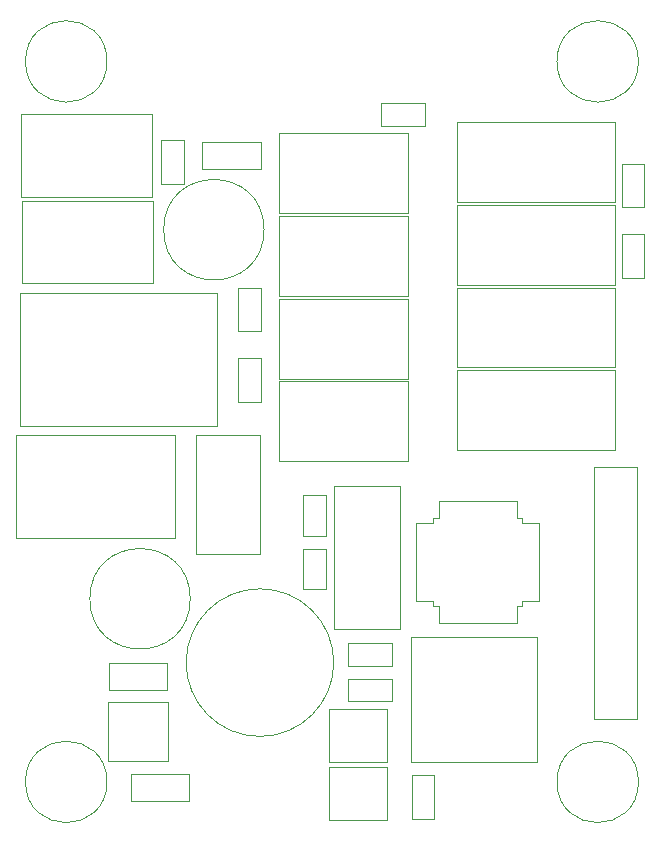
<source format=gbr>
%TF.GenerationSoftware,KiCad,Pcbnew,8.0.0-8.0.0-1~ubuntu20.04.1*%
%TF.CreationDate,2024-04-10T23:06:07+05:00*%
%TF.ProjectId,GammaAnomalain,47616d6d-6141-46e6-9f6d-616c61696e2e,rev?*%
%TF.SameCoordinates,Original*%
%TF.FileFunction,Other,User*%
%FSLAX46Y46*%
G04 Gerber Fmt 4.6, Leading zero omitted, Abs format (unit mm)*
G04 Created by KiCad (PCBNEW 8.0.0-8.0.0-1~ubuntu20.04.1) date 2024-04-10 23:06:07*
%MOMM*%
%LPD*%
G01*
G04 APERTURE LIST*
%ADD10C,0.050000*%
G04 APERTURE END LIST*
D10*
%TO.C,R4*%
X151050000Y-68650000D02*
X152950000Y-68650000D01*
X151050000Y-72350000D02*
X151050000Y-68650000D01*
X152950000Y-68650000D02*
X152950000Y-72350000D01*
X152950000Y-72350000D02*
X151050000Y-72350000D01*
%TO.C,C4*%
X114500000Y-99500000D02*
G75*
G02*
X106000000Y-99500000I-4250000J0D01*
G01*
X106000000Y-99500000D02*
G75*
G02*
X114500000Y-99500000I4250000J0D01*
G01*
%TO.C,R2*%
X118550000Y-79150000D02*
X120450000Y-79150000D01*
X118550000Y-82850000D02*
X118550000Y-79150000D01*
X120450000Y-79150000D02*
X120450000Y-82850000D01*
X120450000Y-82850000D02*
X118550000Y-82850000D01*
%TO.C,C3*%
X107582500Y-104950000D02*
X112542500Y-104950000D01*
X107582500Y-107250000D02*
X107582500Y-104950000D01*
X112542500Y-104950000D02*
X112542500Y-107250000D01*
X112542500Y-107250000D02*
X107582500Y-107250000D01*
%TO.C,Y1*%
X126700000Y-89950000D02*
X126700000Y-102050000D01*
X126700000Y-102050000D02*
X132300000Y-102050000D01*
X132300000Y-89950000D02*
X126700000Y-89950000D01*
X132300000Y-102050000D02*
X132300000Y-89950000D01*
%TO.C,J4*%
X122050000Y-60100000D02*
X122050000Y-66850000D01*
X122050000Y-66850000D02*
X132950000Y-66850000D01*
X132950000Y-60100000D02*
X122050000Y-60100000D01*
X132950000Y-66850000D02*
X132950000Y-60100000D01*
%TO.C,J7*%
X137050000Y-73150000D02*
X137050000Y-79900000D01*
X137050000Y-79900000D02*
X150450000Y-79900000D01*
X150450000Y-73150000D02*
X137050000Y-73150000D01*
X150450000Y-79900000D02*
X150450000Y-73150000D01*
%TO.C,J6*%
X137050000Y-66150000D02*
X137050000Y-72900000D01*
X137050000Y-72900000D02*
X150450000Y-72900000D01*
X150450000Y-66150000D02*
X137050000Y-66150000D01*
X150450000Y-72900000D02*
X150450000Y-66150000D01*
%TO.C,R3*%
X130650000Y-57550000D02*
X134350000Y-57550000D01*
X130650000Y-59450000D02*
X130650000Y-57550000D01*
X134350000Y-57550000D02*
X134350000Y-59450000D01*
X134350000Y-59450000D02*
X130650000Y-59450000D01*
%TO.C,U3*%
X100125000Y-73575000D02*
X100125000Y-84875000D01*
X100125000Y-84875000D02*
X116775000Y-84875000D01*
X116775000Y-73575000D02*
X100125000Y-73575000D01*
X116775000Y-84875000D02*
X116775000Y-73575000D01*
%TO.C,L1*%
X99750000Y-85650000D02*
X99750000Y-94350000D01*
X99750000Y-94350000D02*
X113250000Y-94350000D01*
X113250000Y-85650000D02*
X99750000Y-85650000D01*
X113250000Y-94350000D02*
X113250000Y-85650000D01*
%TO.C,H2*%
X152450000Y-54000000D02*
G75*
G02*
X145550000Y-54000000I-3450000J0D01*
G01*
X145550000Y-54000000D02*
G75*
G02*
X152450000Y-54000000I3450000J0D01*
G01*
%TO.C,C7*%
X109457500Y-114350000D02*
X114417500Y-114350000D01*
X109457500Y-116650000D02*
X109457500Y-114350000D01*
X114417500Y-114350000D02*
X114417500Y-116650000D01*
X114417500Y-116650000D02*
X109457500Y-116650000D01*
%TO.C,C6*%
X115520000Y-60850000D02*
X120480000Y-60850000D01*
X115520000Y-63150000D02*
X115520000Y-60850000D01*
X120480000Y-60850000D02*
X120480000Y-63150000D01*
X120480000Y-63150000D02*
X115520000Y-63150000D01*
%TO.C,H4*%
X152450000Y-115000000D02*
G75*
G02*
X145550000Y-115000000I-3450000J0D01*
G01*
X145550000Y-115000000D02*
G75*
G02*
X152450000Y-115000000I3450000J0D01*
G01*
%TO.C,U4*%
X133150000Y-102725000D02*
X133150000Y-113275000D01*
X133150000Y-113275000D02*
X143850000Y-113275000D01*
X143850000Y-102725000D02*
X133150000Y-102725000D01*
X143850000Y-113275000D02*
X143850000Y-102725000D01*
%TO.C,J5*%
X137050000Y-59150000D02*
X137050000Y-65900000D01*
X137050000Y-65900000D02*
X150450000Y-65900000D01*
X150450000Y-59150000D02*
X137050000Y-59150000D01*
X150450000Y-65900000D02*
X150450000Y-59150000D01*
%TO.C,R1*%
X118550000Y-73150000D02*
X120450000Y-73150000D01*
X118550000Y-76850000D02*
X118550000Y-73150000D01*
X120450000Y-73150000D02*
X120450000Y-76850000D01*
X120450000Y-76850000D02*
X118550000Y-76850000D01*
%TO.C,C5*%
X120750000Y-68250000D02*
G75*
G02*
X112250000Y-68250000I-4250000J0D01*
G01*
X112250000Y-68250000D02*
G75*
G02*
X120750000Y-68250000I4250000J0D01*
G01*
%TO.C,C2*%
X124020000Y-95250000D02*
X125980000Y-95250000D01*
X124020000Y-98650000D02*
X124020000Y-95250000D01*
X125980000Y-95250000D02*
X125980000Y-98650000D01*
X125980000Y-98650000D02*
X124020000Y-98650000D01*
%TO.C,C8*%
X127820000Y-103220000D02*
X131580000Y-103220000D01*
X127820000Y-105180000D02*
X127820000Y-103220000D01*
X131580000Y-103220000D02*
X131580000Y-105180000D01*
X131580000Y-105180000D02*
X127820000Y-105180000D01*
%TO.C,J1*%
X122050000Y-81100000D02*
X122050000Y-87850000D01*
X122050000Y-87850000D02*
X132950000Y-87850000D01*
X132950000Y-81100000D02*
X122050000Y-81100000D01*
X132950000Y-87850000D02*
X132950000Y-81100000D01*
%TO.C,D2*%
X126275000Y-108850000D02*
X126275000Y-113350000D01*
X126275000Y-113350000D02*
X131125000Y-113350000D01*
X131125000Y-108850000D02*
X126275000Y-108850000D01*
X131125000Y-113350000D02*
X131125000Y-108850000D01*
%TO.C,J3*%
X122050000Y-67100000D02*
X122050000Y-73850000D01*
X122050000Y-73850000D02*
X132950000Y-73850000D01*
X132950000Y-67100000D02*
X122050000Y-67100000D01*
X132950000Y-73850000D02*
X132950000Y-67100000D01*
%TO.C,J2*%
X122050000Y-74100000D02*
X122050000Y-80850000D01*
X122050000Y-80850000D02*
X132950000Y-80850000D01*
X132950000Y-74100000D02*
X122050000Y-74100000D01*
X132950000Y-80850000D02*
X132950000Y-74100000D01*
%TO.C,D3*%
X126275000Y-113750000D02*
X126275000Y-118250000D01*
X126275000Y-118250000D02*
X131125000Y-118250000D01*
X131125000Y-113750000D02*
X126275000Y-113750000D01*
X131125000Y-118250000D02*
X131125000Y-113750000D01*
%TO.C,R8*%
X133250000Y-114450000D02*
X135150000Y-114450000D01*
X133250000Y-118150000D02*
X133250000Y-114450000D01*
X135150000Y-114450000D02*
X135150000Y-118150000D01*
X135150000Y-118150000D02*
X133250000Y-118150000D01*
%TO.C,U2*%
X107512500Y-113200000D02*
X107512500Y-108200000D01*
X107512500Y-113200000D02*
X112612500Y-113200000D01*
X112612500Y-108200000D02*
X107512500Y-108200000D01*
X112612500Y-108200000D02*
X112612500Y-113200000D01*
%TO.C,BZ1*%
X126650000Y-104900000D02*
G75*
G02*
X114150000Y-104900000I-6250000J0D01*
G01*
X114150000Y-104900000D02*
G75*
G02*
X126650000Y-104900000I6250000J0D01*
G01*
%TO.C,R6*%
X112050000Y-60650000D02*
X113950000Y-60650000D01*
X112050000Y-64350000D02*
X112050000Y-60650000D01*
X113950000Y-60650000D02*
X113950000Y-64350000D01*
X113950000Y-64350000D02*
X112050000Y-64350000D01*
%TO.C,H1*%
X107450000Y-54000000D02*
G75*
G02*
X100550000Y-54000000I-3450000J0D01*
G01*
X100550000Y-54000000D02*
G75*
G02*
X107450000Y-54000000I3450000J0D01*
G01*
%TO.C,Q1*%
X100175000Y-58475000D02*
X100175000Y-65475000D01*
X100175000Y-65475000D02*
X111275000Y-65475000D01*
X111275000Y-58475000D02*
X100175000Y-58475000D01*
X111275000Y-65475000D02*
X111275000Y-58475000D01*
%TO.C,U1*%
X133645000Y-93100000D02*
X133645000Y-96400000D01*
X133645000Y-99700000D02*
X133645000Y-96400000D01*
X135075000Y-92650000D02*
X135075000Y-93100000D01*
X135075000Y-93100000D02*
X133645000Y-93100000D01*
X135075000Y-99700000D02*
X133645000Y-99700000D01*
X135075000Y-100150000D02*
X135075000Y-99700000D01*
X135525000Y-91220000D02*
X135525000Y-92650000D01*
X135525000Y-92650000D02*
X135075000Y-92650000D01*
X135525000Y-100150000D02*
X135075000Y-100150000D01*
X135525000Y-101580000D02*
X135525000Y-100150000D01*
X138825000Y-91220000D02*
X135525000Y-91220000D01*
X138825000Y-91220000D02*
X142125000Y-91220000D01*
X138825000Y-101580000D02*
X135525000Y-101580000D01*
X138825000Y-101580000D02*
X142125000Y-101580000D01*
X142125000Y-91220000D02*
X142125000Y-92650000D01*
X142125000Y-92650000D02*
X142575000Y-92650000D01*
X142125000Y-100150000D02*
X142575000Y-100150000D01*
X142125000Y-101580000D02*
X142125000Y-100150000D01*
X142575000Y-92650000D02*
X142575000Y-93100000D01*
X142575000Y-93100000D02*
X144005000Y-93100000D01*
X142575000Y-99700000D02*
X144005000Y-99700000D01*
X142575000Y-100150000D02*
X142575000Y-99700000D01*
X144005000Y-93100000D02*
X144005000Y-96400000D01*
X144005000Y-99700000D02*
X144005000Y-96400000D01*
%TO.C,D1*%
X100227500Y-65802500D02*
X100227500Y-72802500D01*
X100227500Y-72802500D02*
X111327500Y-72802500D01*
X111327500Y-65802500D02*
X100227500Y-65802500D01*
X111327500Y-72802500D02*
X111327500Y-65802500D01*
%TO.C,J11*%
X137050000Y-80150000D02*
X137050000Y-86900000D01*
X137050000Y-86900000D02*
X150450000Y-86900000D01*
X150450000Y-80150000D02*
X137050000Y-80150000D01*
X150450000Y-86900000D02*
X150450000Y-80150000D01*
%TO.C,C1*%
X124020000Y-90750000D02*
X125980000Y-90750000D01*
X124020000Y-94150000D02*
X124020000Y-90750000D01*
X125980000Y-90750000D02*
X125980000Y-94150000D01*
X125980000Y-94150000D02*
X124020000Y-94150000D01*
%TO.C,R5*%
X151050000Y-62650000D02*
X152950000Y-62650000D01*
X151050000Y-66350000D02*
X151050000Y-62650000D01*
X152950000Y-62650000D02*
X152950000Y-66350000D01*
X152950000Y-66350000D02*
X151050000Y-66350000D01*
%TO.C,RV1*%
X115000000Y-85600000D02*
X115000000Y-95700000D01*
X115000000Y-95700000D02*
X120400000Y-95700000D01*
X120400000Y-85600000D02*
X115000000Y-85600000D01*
X120400000Y-95700000D02*
X120400000Y-85600000D01*
%TO.C,H3*%
X107450000Y-115000000D02*
G75*
G02*
X100550000Y-115000000I-3450000J0D01*
G01*
X100550000Y-115000000D02*
G75*
G02*
X107450000Y-115000000I3450000J0D01*
G01*
%TO.C,J8*%
X148700000Y-88325000D02*
X148700000Y-109675000D01*
X148700000Y-109675000D02*
X152300000Y-109675000D01*
X152300000Y-88325000D02*
X148700000Y-88325000D01*
X152300000Y-109675000D02*
X152300000Y-88325000D01*
%TO.C,R7*%
X127850000Y-106250000D02*
X131550000Y-106250000D01*
X127850000Y-108150000D02*
X127850000Y-106250000D01*
X131550000Y-106250000D02*
X131550000Y-108150000D01*
X131550000Y-108150000D02*
X127850000Y-108150000D01*
%TD*%
M02*

</source>
